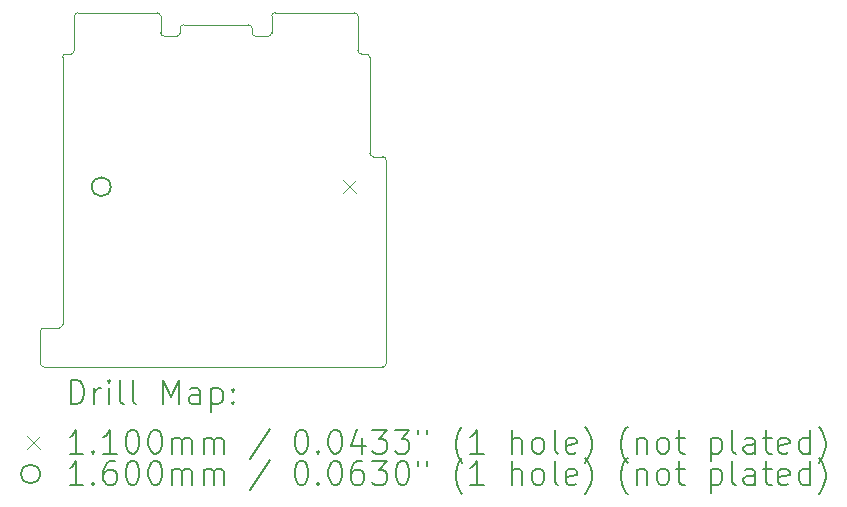
<source format=gbr>
%TF.GenerationSoftware,KiCad,Pcbnew,8.0.7-1.fc41*%
%TF.CreationDate,2025-01-19T14:38:01-06:00*%
%TF.ProjectId,Expansion_Card,45787061-6e73-4696-9f6e-5f436172642e,X1*%
%TF.SameCoordinates,Original*%
%TF.FileFunction,Drillmap*%
%TF.FilePolarity,Positive*%
%FSLAX45Y45*%
G04 Gerber Fmt 4.5, Leading zero omitted, Abs format (unit mm)*
G04 Created by KiCad (PCBNEW 8.0.7-1.fc41) date 2025-01-19 14:38:01*
%MOMM*%
%LPD*%
G01*
G04 APERTURE LIST*
%ADD10C,0.050000*%
%ADD11C,0.200000*%
%ADD12C,0.110000*%
%ADD13C,0.160000*%
G04 APERTURE END LIST*
D10*
X15300000Y-13080000D02*
X15300000Y-13890000D01*
X12541213Y-15700000D02*
X15270000Y-15700000D01*
X14470000Y-12870000D02*
G75*
G02*
X14440000Y-12900000I-30000J0D01*
G01*
X13500000Y-12700000D02*
G75*
G02*
X13530000Y-12730000I0J-30000D01*
G01*
X14470000Y-12870000D02*
X14470000Y-12730000D01*
X14470000Y-12730000D02*
G75*
G02*
X14500000Y-12700000I30000J0D01*
G01*
X13500000Y-12700000D02*
X12830000Y-12700000D01*
X14500000Y-12700000D02*
X15170000Y-12700000D01*
X12541213Y-15700000D02*
G75*
G02*
X12511210Y-15670000I-3J30000D01*
G01*
X14430000Y-12900000D02*
X14440000Y-12900000D01*
X12800000Y-12730000D02*
G75*
G02*
X12830000Y-12700000I30000J0D01*
G01*
X12800000Y-13020000D02*
X12800000Y-12730000D01*
X12800000Y-13020000D02*
G75*
G02*
X12770000Y-13050000I-30000J0D01*
G01*
X12700000Y-13080000D02*
G75*
G02*
X12730000Y-13050000I30000J0D01*
G01*
X12730000Y-13050000D02*
X12770000Y-13050000D01*
X15200000Y-13020000D02*
X15200000Y-12730000D01*
X15270000Y-13050000D02*
G75*
G02*
X15300000Y-13080000I0J-30000D01*
G01*
X15230000Y-13050000D02*
G75*
G02*
X15200000Y-13020000I0J30000D01*
G01*
X15230000Y-13050000D02*
X15270000Y-13050000D01*
X13560000Y-12900000D02*
G75*
G02*
X13530000Y-12870000I0J30000D01*
G01*
X15410000Y-13920000D02*
X15330000Y-13920000D01*
X15410000Y-13920000D02*
G75*
G02*
X15440000Y-13950000I0J-30000D01*
G01*
X12700000Y-13080000D02*
X12700000Y-15340000D01*
X13560000Y-12900000D02*
X13570000Y-12900000D01*
X12541213Y-15370000D02*
X12670000Y-15370000D01*
X15170000Y-12700000D02*
G75*
G02*
X15200000Y-12730000I0J-30000D01*
G01*
X15440000Y-15670000D02*
G75*
G02*
X15410000Y-15700000I-30000J0D01*
G01*
X12511213Y-15400000D02*
G75*
G02*
X12541213Y-15370003I29997J0D01*
G01*
X13530000Y-12870000D02*
X13530000Y-12730000D01*
X15270000Y-15700000D02*
X15410000Y-15700000D01*
X15330000Y-13920000D02*
G75*
G02*
X15300000Y-13890000I0J30000D01*
G01*
X15440000Y-15670000D02*
X15440000Y-13950000D01*
X12511213Y-15670000D02*
X12511213Y-15400000D01*
X12700000Y-15340000D02*
G75*
G02*
X12670000Y-15370000I-30000J0D01*
G01*
X13665000Y-12900000D02*
X13570000Y-12900000D01*
X13695000Y-12834000D02*
X13695000Y-12870000D01*
X13725000Y-12804000D02*
X14275000Y-12804000D01*
X14305000Y-12834000D02*
X14305000Y-12870000D01*
X14335000Y-12900000D02*
X14430000Y-12900000D01*
X13695000Y-12834000D02*
G75*
G02*
X13725000Y-12804000I30000J0D01*
G01*
X13695000Y-12870000D02*
G75*
G02*
X13665000Y-12900000I-30000J0D01*
G01*
X14275000Y-12804000D02*
G75*
G02*
X14305000Y-12834000I0J-30000D01*
G01*
X14335000Y-12900000D02*
G75*
G02*
X14305000Y-12870000I0J30000D01*
G01*
D11*
D12*
X15072500Y-14120000D02*
X15182500Y-14230000D01*
X15182500Y-14120000D02*
X15072500Y-14230000D01*
D13*
X13107500Y-14175000D02*
G75*
G02*
X12947500Y-14175000I-80000J0D01*
G01*
X12947500Y-14175000D02*
G75*
G02*
X13107500Y-14175000I80000J0D01*
G01*
D11*
X12769490Y-16013984D02*
X12769490Y-15813984D01*
X12769490Y-15813984D02*
X12817109Y-15813984D01*
X12817109Y-15813984D02*
X12845680Y-15823508D01*
X12845680Y-15823508D02*
X12864728Y-15842555D01*
X12864728Y-15842555D02*
X12874252Y-15861603D01*
X12874252Y-15861603D02*
X12883776Y-15899698D01*
X12883776Y-15899698D02*
X12883776Y-15928269D01*
X12883776Y-15928269D02*
X12874252Y-15966365D01*
X12874252Y-15966365D02*
X12864728Y-15985412D01*
X12864728Y-15985412D02*
X12845680Y-16004460D01*
X12845680Y-16004460D02*
X12817109Y-16013984D01*
X12817109Y-16013984D02*
X12769490Y-16013984D01*
X12969490Y-16013984D02*
X12969490Y-15880650D01*
X12969490Y-15918746D02*
X12979014Y-15899698D01*
X12979014Y-15899698D02*
X12988538Y-15890174D01*
X12988538Y-15890174D02*
X13007585Y-15880650D01*
X13007585Y-15880650D02*
X13026633Y-15880650D01*
X13093299Y-16013984D02*
X13093299Y-15880650D01*
X13093299Y-15813984D02*
X13083776Y-15823508D01*
X13083776Y-15823508D02*
X13093299Y-15833031D01*
X13093299Y-15833031D02*
X13102823Y-15823508D01*
X13102823Y-15823508D02*
X13093299Y-15813984D01*
X13093299Y-15813984D02*
X13093299Y-15833031D01*
X13217109Y-16013984D02*
X13198061Y-16004460D01*
X13198061Y-16004460D02*
X13188538Y-15985412D01*
X13188538Y-15985412D02*
X13188538Y-15813984D01*
X13321871Y-16013984D02*
X13302823Y-16004460D01*
X13302823Y-16004460D02*
X13293299Y-15985412D01*
X13293299Y-15985412D02*
X13293299Y-15813984D01*
X13550442Y-16013984D02*
X13550442Y-15813984D01*
X13550442Y-15813984D02*
X13617109Y-15956841D01*
X13617109Y-15956841D02*
X13683776Y-15813984D01*
X13683776Y-15813984D02*
X13683776Y-16013984D01*
X13864728Y-16013984D02*
X13864728Y-15909222D01*
X13864728Y-15909222D02*
X13855204Y-15890174D01*
X13855204Y-15890174D02*
X13836157Y-15880650D01*
X13836157Y-15880650D02*
X13798061Y-15880650D01*
X13798061Y-15880650D02*
X13779014Y-15890174D01*
X13864728Y-16004460D02*
X13845680Y-16013984D01*
X13845680Y-16013984D02*
X13798061Y-16013984D01*
X13798061Y-16013984D02*
X13779014Y-16004460D01*
X13779014Y-16004460D02*
X13769490Y-15985412D01*
X13769490Y-15985412D02*
X13769490Y-15966365D01*
X13769490Y-15966365D02*
X13779014Y-15947317D01*
X13779014Y-15947317D02*
X13798061Y-15937793D01*
X13798061Y-15937793D02*
X13845680Y-15937793D01*
X13845680Y-15937793D02*
X13864728Y-15928269D01*
X13959966Y-15880650D02*
X13959966Y-16080650D01*
X13959966Y-15890174D02*
X13979014Y-15880650D01*
X13979014Y-15880650D02*
X14017109Y-15880650D01*
X14017109Y-15880650D02*
X14036157Y-15890174D01*
X14036157Y-15890174D02*
X14045680Y-15899698D01*
X14045680Y-15899698D02*
X14055204Y-15918746D01*
X14055204Y-15918746D02*
X14055204Y-15975888D01*
X14055204Y-15975888D02*
X14045680Y-15994936D01*
X14045680Y-15994936D02*
X14036157Y-16004460D01*
X14036157Y-16004460D02*
X14017109Y-16013984D01*
X14017109Y-16013984D02*
X13979014Y-16013984D01*
X13979014Y-16013984D02*
X13959966Y-16004460D01*
X14140919Y-15994936D02*
X14150442Y-16004460D01*
X14150442Y-16004460D02*
X14140919Y-16013984D01*
X14140919Y-16013984D02*
X14131395Y-16004460D01*
X14131395Y-16004460D02*
X14140919Y-15994936D01*
X14140919Y-15994936D02*
X14140919Y-16013984D01*
X14140919Y-15890174D02*
X14150442Y-15899698D01*
X14150442Y-15899698D02*
X14140919Y-15909222D01*
X14140919Y-15909222D02*
X14131395Y-15899698D01*
X14131395Y-15899698D02*
X14140919Y-15890174D01*
X14140919Y-15890174D02*
X14140919Y-15909222D01*
D12*
X12398713Y-16287500D02*
X12508713Y-16397500D01*
X12508713Y-16287500D02*
X12398713Y-16397500D01*
D11*
X12874252Y-16433984D02*
X12759966Y-16433984D01*
X12817109Y-16433984D02*
X12817109Y-16233984D01*
X12817109Y-16233984D02*
X12798061Y-16262555D01*
X12798061Y-16262555D02*
X12779014Y-16281603D01*
X12779014Y-16281603D02*
X12759966Y-16291127D01*
X12959966Y-16414936D02*
X12969490Y-16424460D01*
X12969490Y-16424460D02*
X12959966Y-16433984D01*
X12959966Y-16433984D02*
X12950442Y-16424460D01*
X12950442Y-16424460D02*
X12959966Y-16414936D01*
X12959966Y-16414936D02*
X12959966Y-16433984D01*
X13159966Y-16433984D02*
X13045680Y-16433984D01*
X13102823Y-16433984D02*
X13102823Y-16233984D01*
X13102823Y-16233984D02*
X13083776Y-16262555D01*
X13083776Y-16262555D02*
X13064728Y-16281603D01*
X13064728Y-16281603D02*
X13045680Y-16291127D01*
X13283776Y-16233984D02*
X13302823Y-16233984D01*
X13302823Y-16233984D02*
X13321871Y-16243508D01*
X13321871Y-16243508D02*
X13331395Y-16253031D01*
X13331395Y-16253031D02*
X13340919Y-16272079D01*
X13340919Y-16272079D02*
X13350442Y-16310174D01*
X13350442Y-16310174D02*
X13350442Y-16357793D01*
X13350442Y-16357793D02*
X13340919Y-16395888D01*
X13340919Y-16395888D02*
X13331395Y-16414936D01*
X13331395Y-16414936D02*
X13321871Y-16424460D01*
X13321871Y-16424460D02*
X13302823Y-16433984D01*
X13302823Y-16433984D02*
X13283776Y-16433984D01*
X13283776Y-16433984D02*
X13264728Y-16424460D01*
X13264728Y-16424460D02*
X13255204Y-16414936D01*
X13255204Y-16414936D02*
X13245680Y-16395888D01*
X13245680Y-16395888D02*
X13236157Y-16357793D01*
X13236157Y-16357793D02*
X13236157Y-16310174D01*
X13236157Y-16310174D02*
X13245680Y-16272079D01*
X13245680Y-16272079D02*
X13255204Y-16253031D01*
X13255204Y-16253031D02*
X13264728Y-16243508D01*
X13264728Y-16243508D02*
X13283776Y-16233984D01*
X13474252Y-16233984D02*
X13493300Y-16233984D01*
X13493300Y-16233984D02*
X13512347Y-16243508D01*
X13512347Y-16243508D02*
X13521871Y-16253031D01*
X13521871Y-16253031D02*
X13531395Y-16272079D01*
X13531395Y-16272079D02*
X13540919Y-16310174D01*
X13540919Y-16310174D02*
X13540919Y-16357793D01*
X13540919Y-16357793D02*
X13531395Y-16395888D01*
X13531395Y-16395888D02*
X13521871Y-16414936D01*
X13521871Y-16414936D02*
X13512347Y-16424460D01*
X13512347Y-16424460D02*
X13493300Y-16433984D01*
X13493300Y-16433984D02*
X13474252Y-16433984D01*
X13474252Y-16433984D02*
X13455204Y-16424460D01*
X13455204Y-16424460D02*
X13445680Y-16414936D01*
X13445680Y-16414936D02*
X13436157Y-16395888D01*
X13436157Y-16395888D02*
X13426633Y-16357793D01*
X13426633Y-16357793D02*
X13426633Y-16310174D01*
X13426633Y-16310174D02*
X13436157Y-16272079D01*
X13436157Y-16272079D02*
X13445680Y-16253031D01*
X13445680Y-16253031D02*
X13455204Y-16243508D01*
X13455204Y-16243508D02*
X13474252Y-16233984D01*
X13626633Y-16433984D02*
X13626633Y-16300650D01*
X13626633Y-16319698D02*
X13636157Y-16310174D01*
X13636157Y-16310174D02*
X13655204Y-16300650D01*
X13655204Y-16300650D02*
X13683776Y-16300650D01*
X13683776Y-16300650D02*
X13702823Y-16310174D01*
X13702823Y-16310174D02*
X13712347Y-16329222D01*
X13712347Y-16329222D02*
X13712347Y-16433984D01*
X13712347Y-16329222D02*
X13721871Y-16310174D01*
X13721871Y-16310174D02*
X13740919Y-16300650D01*
X13740919Y-16300650D02*
X13769490Y-16300650D01*
X13769490Y-16300650D02*
X13788538Y-16310174D01*
X13788538Y-16310174D02*
X13798061Y-16329222D01*
X13798061Y-16329222D02*
X13798061Y-16433984D01*
X13893300Y-16433984D02*
X13893300Y-16300650D01*
X13893300Y-16319698D02*
X13902823Y-16310174D01*
X13902823Y-16310174D02*
X13921871Y-16300650D01*
X13921871Y-16300650D02*
X13950442Y-16300650D01*
X13950442Y-16300650D02*
X13969490Y-16310174D01*
X13969490Y-16310174D02*
X13979014Y-16329222D01*
X13979014Y-16329222D02*
X13979014Y-16433984D01*
X13979014Y-16329222D02*
X13988538Y-16310174D01*
X13988538Y-16310174D02*
X14007585Y-16300650D01*
X14007585Y-16300650D02*
X14036157Y-16300650D01*
X14036157Y-16300650D02*
X14055204Y-16310174D01*
X14055204Y-16310174D02*
X14064728Y-16329222D01*
X14064728Y-16329222D02*
X14064728Y-16433984D01*
X14455204Y-16224460D02*
X14283776Y-16481603D01*
X14712347Y-16233984D02*
X14731395Y-16233984D01*
X14731395Y-16233984D02*
X14750443Y-16243508D01*
X14750443Y-16243508D02*
X14759966Y-16253031D01*
X14759966Y-16253031D02*
X14769490Y-16272079D01*
X14769490Y-16272079D02*
X14779014Y-16310174D01*
X14779014Y-16310174D02*
X14779014Y-16357793D01*
X14779014Y-16357793D02*
X14769490Y-16395888D01*
X14769490Y-16395888D02*
X14759966Y-16414936D01*
X14759966Y-16414936D02*
X14750443Y-16424460D01*
X14750443Y-16424460D02*
X14731395Y-16433984D01*
X14731395Y-16433984D02*
X14712347Y-16433984D01*
X14712347Y-16433984D02*
X14693300Y-16424460D01*
X14693300Y-16424460D02*
X14683776Y-16414936D01*
X14683776Y-16414936D02*
X14674252Y-16395888D01*
X14674252Y-16395888D02*
X14664728Y-16357793D01*
X14664728Y-16357793D02*
X14664728Y-16310174D01*
X14664728Y-16310174D02*
X14674252Y-16272079D01*
X14674252Y-16272079D02*
X14683776Y-16253031D01*
X14683776Y-16253031D02*
X14693300Y-16243508D01*
X14693300Y-16243508D02*
X14712347Y-16233984D01*
X14864728Y-16414936D02*
X14874252Y-16424460D01*
X14874252Y-16424460D02*
X14864728Y-16433984D01*
X14864728Y-16433984D02*
X14855204Y-16424460D01*
X14855204Y-16424460D02*
X14864728Y-16414936D01*
X14864728Y-16414936D02*
X14864728Y-16433984D01*
X14998062Y-16233984D02*
X15017109Y-16233984D01*
X15017109Y-16233984D02*
X15036157Y-16243508D01*
X15036157Y-16243508D02*
X15045681Y-16253031D01*
X15045681Y-16253031D02*
X15055204Y-16272079D01*
X15055204Y-16272079D02*
X15064728Y-16310174D01*
X15064728Y-16310174D02*
X15064728Y-16357793D01*
X15064728Y-16357793D02*
X15055204Y-16395888D01*
X15055204Y-16395888D02*
X15045681Y-16414936D01*
X15045681Y-16414936D02*
X15036157Y-16424460D01*
X15036157Y-16424460D02*
X15017109Y-16433984D01*
X15017109Y-16433984D02*
X14998062Y-16433984D01*
X14998062Y-16433984D02*
X14979014Y-16424460D01*
X14979014Y-16424460D02*
X14969490Y-16414936D01*
X14969490Y-16414936D02*
X14959966Y-16395888D01*
X14959966Y-16395888D02*
X14950443Y-16357793D01*
X14950443Y-16357793D02*
X14950443Y-16310174D01*
X14950443Y-16310174D02*
X14959966Y-16272079D01*
X14959966Y-16272079D02*
X14969490Y-16253031D01*
X14969490Y-16253031D02*
X14979014Y-16243508D01*
X14979014Y-16243508D02*
X14998062Y-16233984D01*
X15236157Y-16300650D02*
X15236157Y-16433984D01*
X15188538Y-16224460D02*
X15140919Y-16367317D01*
X15140919Y-16367317D02*
X15264728Y-16367317D01*
X15321871Y-16233984D02*
X15445681Y-16233984D01*
X15445681Y-16233984D02*
X15379014Y-16310174D01*
X15379014Y-16310174D02*
X15407585Y-16310174D01*
X15407585Y-16310174D02*
X15426633Y-16319698D01*
X15426633Y-16319698D02*
X15436157Y-16329222D01*
X15436157Y-16329222D02*
X15445681Y-16348269D01*
X15445681Y-16348269D02*
X15445681Y-16395888D01*
X15445681Y-16395888D02*
X15436157Y-16414936D01*
X15436157Y-16414936D02*
X15426633Y-16424460D01*
X15426633Y-16424460D02*
X15407585Y-16433984D01*
X15407585Y-16433984D02*
X15350443Y-16433984D01*
X15350443Y-16433984D02*
X15331395Y-16424460D01*
X15331395Y-16424460D02*
X15321871Y-16414936D01*
X15512347Y-16233984D02*
X15636157Y-16233984D01*
X15636157Y-16233984D02*
X15569490Y-16310174D01*
X15569490Y-16310174D02*
X15598062Y-16310174D01*
X15598062Y-16310174D02*
X15617109Y-16319698D01*
X15617109Y-16319698D02*
X15626633Y-16329222D01*
X15626633Y-16329222D02*
X15636157Y-16348269D01*
X15636157Y-16348269D02*
X15636157Y-16395888D01*
X15636157Y-16395888D02*
X15626633Y-16414936D01*
X15626633Y-16414936D02*
X15617109Y-16424460D01*
X15617109Y-16424460D02*
X15598062Y-16433984D01*
X15598062Y-16433984D02*
X15540919Y-16433984D01*
X15540919Y-16433984D02*
X15521871Y-16424460D01*
X15521871Y-16424460D02*
X15512347Y-16414936D01*
X15712347Y-16233984D02*
X15712347Y-16272079D01*
X15788538Y-16233984D02*
X15788538Y-16272079D01*
X16083776Y-16510174D02*
X16074252Y-16500650D01*
X16074252Y-16500650D02*
X16055205Y-16472079D01*
X16055205Y-16472079D02*
X16045681Y-16453031D01*
X16045681Y-16453031D02*
X16036157Y-16424460D01*
X16036157Y-16424460D02*
X16026633Y-16376841D01*
X16026633Y-16376841D02*
X16026633Y-16338746D01*
X16026633Y-16338746D02*
X16036157Y-16291127D01*
X16036157Y-16291127D02*
X16045681Y-16262555D01*
X16045681Y-16262555D02*
X16055205Y-16243508D01*
X16055205Y-16243508D02*
X16074252Y-16214936D01*
X16074252Y-16214936D02*
X16083776Y-16205412D01*
X16264728Y-16433984D02*
X16150443Y-16433984D01*
X16207585Y-16433984D02*
X16207585Y-16233984D01*
X16207585Y-16233984D02*
X16188538Y-16262555D01*
X16188538Y-16262555D02*
X16169490Y-16281603D01*
X16169490Y-16281603D02*
X16150443Y-16291127D01*
X16502824Y-16433984D02*
X16502824Y-16233984D01*
X16588538Y-16433984D02*
X16588538Y-16329222D01*
X16588538Y-16329222D02*
X16579014Y-16310174D01*
X16579014Y-16310174D02*
X16559967Y-16300650D01*
X16559967Y-16300650D02*
X16531395Y-16300650D01*
X16531395Y-16300650D02*
X16512347Y-16310174D01*
X16512347Y-16310174D02*
X16502824Y-16319698D01*
X16712347Y-16433984D02*
X16693300Y-16424460D01*
X16693300Y-16424460D02*
X16683776Y-16414936D01*
X16683776Y-16414936D02*
X16674252Y-16395888D01*
X16674252Y-16395888D02*
X16674252Y-16338746D01*
X16674252Y-16338746D02*
X16683776Y-16319698D01*
X16683776Y-16319698D02*
X16693300Y-16310174D01*
X16693300Y-16310174D02*
X16712347Y-16300650D01*
X16712347Y-16300650D02*
X16740919Y-16300650D01*
X16740919Y-16300650D02*
X16759967Y-16310174D01*
X16759967Y-16310174D02*
X16769490Y-16319698D01*
X16769490Y-16319698D02*
X16779014Y-16338746D01*
X16779014Y-16338746D02*
X16779014Y-16395888D01*
X16779014Y-16395888D02*
X16769490Y-16414936D01*
X16769490Y-16414936D02*
X16759967Y-16424460D01*
X16759967Y-16424460D02*
X16740919Y-16433984D01*
X16740919Y-16433984D02*
X16712347Y-16433984D01*
X16893300Y-16433984D02*
X16874252Y-16424460D01*
X16874252Y-16424460D02*
X16864729Y-16405412D01*
X16864729Y-16405412D02*
X16864729Y-16233984D01*
X17045681Y-16424460D02*
X17026633Y-16433984D01*
X17026633Y-16433984D02*
X16988538Y-16433984D01*
X16988538Y-16433984D02*
X16969490Y-16424460D01*
X16969490Y-16424460D02*
X16959967Y-16405412D01*
X16959967Y-16405412D02*
X16959967Y-16329222D01*
X16959967Y-16329222D02*
X16969490Y-16310174D01*
X16969490Y-16310174D02*
X16988538Y-16300650D01*
X16988538Y-16300650D02*
X17026633Y-16300650D01*
X17026633Y-16300650D02*
X17045681Y-16310174D01*
X17045681Y-16310174D02*
X17055205Y-16329222D01*
X17055205Y-16329222D02*
X17055205Y-16348269D01*
X17055205Y-16348269D02*
X16959967Y-16367317D01*
X17121871Y-16510174D02*
X17131395Y-16500650D01*
X17131395Y-16500650D02*
X17150443Y-16472079D01*
X17150443Y-16472079D02*
X17159967Y-16453031D01*
X17159967Y-16453031D02*
X17169490Y-16424460D01*
X17169490Y-16424460D02*
X17179014Y-16376841D01*
X17179014Y-16376841D02*
X17179014Y-16338746D01*
X17179014Y-16338746D02*
X17169490Y-16291127D01*
X17169490Y-16291127D02*
X17159967Y-16262555D01*
X17159967Y-16262555D02*
X17150443Y-16243508D01*
X17150443Y-16243508D02*
X17131395Y-16214936D01*
X17131395Y-16214936D02*
X17121871Y-16205412D01*
X17483776Y-16510174D02*
X17474252Y-16500650D01*
X17474252Y-16500650D02*
X17455205Y-16472079D01*
X17455205Y-16472079D02*
X17445681Y-16453031D01*
X17445681Y-16453031D02*
X17436157Y-16424460D01*
X17436157Y-16424460D02*
X17426633Y-16376841D01*
X17426633Y-16376841D02*
X17426633Y-16338746D01*
X17426633Y-16338746D02*
X17436157Y-16291127D01*
X17436157Y-16291127D02*
X17445681Y-16262555D01*
X17445681Y-16262555D02*
X17455205Y-16243508D01*
X17455205Y-16243508D02*
X17474252Y-16214936D01*
X17474252Y-16214936D02*
X17483776Y-16205412D01*
X17559967Y-16300650D02*
X17559967Y-16433984D01*
X17559967Y-16319698D02*
X17569490Y-16310174D01*
X17569490Y-16310174D02*
X17588538Y-16300650D01*
X17588538Y-16300650D02*
X17617110Y-16300650D01*
X17617110Y-16300650D02*
X17636157Y-16310174D01*
X17636157Y-16310174D02*
X17645681Y-16329222D01*
X17645681Y-16329222D02*
X17645681Y-16433984D01*
X17769490Y-16433984D02*
X17750443Y-16424460D01*
X17750443Y-16424460D02*
X17740919Y-16414936D01*
X17740919Y-16414936D02*
X17731395Y-16395888D01*
X17731395Y-16395888D02*
X17731395Y-16338746D01*
X17731395Y-16338746D02*
X17740919Y-16319698D01*
X17740919Y-16319698D02*
X17750443Y-16310174D01*
X17750443Y-16310174D02*
X17769490Y-16300650D01*
X17769490Y-16300650D02*
X17798062Y-16300650D01*
X17798062Y-16300650D02*
X17817110Y-16310174D01*
X17817110Y-16310174D02*
X17826633Y-16319698D01*
X17826633Y-16319698D02*
X17836157Y-16338746D01*
X17836157Y-16338746D02*
X17836157Y-16395888D01*
X17836157Y-16395888D02*
X17826633Y-16414936D01*
X17826633Y-16414936D02*
X17817110Y-16424460D01*
X17817110Y-16424460D02*
X17798062Y-16433984D01*
X17798062Y-16433984D02*
X17769490Y-16433984D01*
X17893300Y-16300650D02*
X17969490Y-16300650D01*
X17921871Y-16233984D02*
X17921871Y-16405412D01*
X17921871Y-16405412D02*
X17931395Y-16424460D01*
X17931395Y-16424460D02*
X17950443Y-16433984D01*
X17950443Y-16433984D02*
X17969490Y-16433984D01*
X18188538Y-16300650D02*
X18188538Y-16500650D01*
X18188538Y-16310174D02*
X18207586Y-16300650D01*
X18207586Y-16300650D02*
X18245681Y-16300650D01*
X18245681Y-16300650D02*
X18264729Y-16310174D01*
X18264729Y-16310174D02*
X18274252Y-16319698D01*
X18274252Y-16319698D02*
X18283776Y-16338746D01*
X18283776Y-16338746D02*
X18283776Y-16395888D01*
X18283776Y-16395888D02*
X18274252Y-16414936D01*
X18274252Y-16414936D02*
X18264729Y-16424460D01*
X18264729Y-16424460D02*
X18245681Y-16433984D01*
X18245681Y-16433984D02*
X18207586Y-16433984D01*
X18207586Y-16433984D02*
X18188538Y-16424460D01*
X18398062Y-16433984D02*
X18379014Y-16424460D01*
X18379014Y-16424460D02*
X18369491Y-16405412D01*
X18369491Y-16405412D02*
X18369491Y-16233984D01*
X18559967Y-16433984D02*
X18559967Y-16329222D01*
X18559967Y-16329222D02*
X18550443Y-16310174D01*
X18550443Y-16310174D02*
X18531395Y-16300650D01*
X18531395Y-16300650D02*
X18493300Y-16300650D01*
X18493300Y-16300650D02*
X18474252Y-16310174D01*
X18559967Y-16424460D02*
X18540919Y-16433984D01*
X18540919Y-16433984D02*
X18493300Y-16433984D01*
X18493300Y-16433984D02*
X18474252Y-16424460D01*
X18474252Y-16424460D02*
X18464729Y-16405412D01*
X18464729Y-16405412D02*
X18464729Y-16386365D01*
X18464729Y-16386365D02*
X18474252Y-16367317D01*
X18474252Y-16367317D02*
X18493300Y-16357793D01*
X18493300Y-16357793D02*
X18540919Y-16357793D01*
X18540919Y-16357793D02*
X18559967Y-16348269D01*
X18626633Y-16300650D02*
X18702824Y-16300650D01*
X18655205Y-16233984D02*
X18655205Y-16405412D01*
X18655205Y-16405412D02*
X18664729Y-16424460D01*
X18664729Y-16424460D02*
X18683776Y-16433984D01*
X18683776Y-16433984D02*
X18702824Y-16433984D01*
X18845681Y-16424460D02*
X18826633Y-16433984D01*
X18826633Y-16433984D02*
X18788538Y-16433984D01*
X18788538Y-16433984D02*
X18769491Y-16424460D01*
X18769491Y-16424460D02*
X18759967Y-16405412D01*
X18759967Y-16405412D02*
X18759967Y-16329222D01*
X18759967Y-16329222D02*
X18769491Y-16310174D01*
X18769491Y-16310174D02*
X18788538Y-16300650D01*
X18788538Y-16300650D02*
X18826633Y-16300650D01*
X18826633Y-16300650D02*
X18845681Y-16310174D01*
X18845681Y-16310174D02*
X18855205Y-16329222D01*
X18855205Y-16329222D02*
X18855205Y-16348269D01*
X18855205Y-16348269D02*
X18759967Y-16367317D01*
X19026633Y-16433984D02*
X19026633Y-16233984D01*
X19026633Y-16424460D02*
X19007586Y-16433984D01*
X19007586Y-16433984D02*
X18969491Y-16433984D01*
X18969491Y-16433984D02*
X18950443Y-16424460D01*
X18950443Y-16424460D02*
X18940919Y-16414936D01*
X18940919Y-16414936D02*
X18931395Y-16395888D01*
X18931395Y-16395888D02*
X18931395Y-16338746D01*
X18931395Y-16338746D02*
X18940919Y-16319698D01*
X18940919Y-16319698D02*
X18950443Y-16310174D01*
X18950443Y-16310174D02*
X18969491Y-16300650D01*
X18969491Y-16300650D02*
X19007586Y-16300650D01*
X19007586Y-16300650D02*
X19026633Y-16310174D01*
X19102824Y-16510174D02*
X19112348Y-16500650D01*
X19112348Y-16500650D02*
X19131395Y-16472079D01*
X19131395Y-16472079D02*
X19140919Y-16453031D01*
X19140919Y-16453031D02*
X19150443Y-16424460D01*
X19150443Y-16424460D02*
X19159967Y-16376841D01*
X19159967Y-16376841D02*
X19159967Y-16338746D01*
X19159967Y-16338746D02*
X19150443Y-16291127D01*
X19150443Y-16291127D02*
X19140919Y-16262555D01*
X19140919Y-16262555D02*
X19131395Y-16243508D01*
X19131395Y-16243508D02*
X19112348Y-16214936D01*
X19112348Y-16214936D02*
X19102824Y-16205412D01*
D13*
X12508713Y-16606500D02*
G75*
G02*
X12348713Y-16606500I-80000J0D01*
G01*
X12348713Y-16606500D02*
G75*
G02*
X12508713Y-16606500I80000J0D01*
G01*
D11*
X12874252Y-16697984D02*
X12759966Y-16697984D01*
X12817109Y-16697984D02*
X12817109Y-16497984D01*
X12817109Y-16497984D02*
X12798061Y-16526555D01*
X12798061Y-16526555D02*
X12779014Y-16545603D01*
X12779014Y-16545603D02*
X12759966Y-16555127D01*
X12959966Y-16678936D02*
X12969490Y-16688460D01*
X12969490Y-16688460D02*
X12959966Y-16697984D01*
X12959966Y-16697984D02*
X12950442Y-16688460D01*
X12950442Y-16688460D02*
X12959966Y-16678936D01*
X12959966Y-16678936D02*
X12959966Y-16697984D01*
X13140919Y-16497984D02*
X13102823Y-16497984D01*
X13102823Y-16497984D02*
X13083776Y-16507508D01*
X13083776Y-16507508D02*
X13074252Y-16517031D01*
X13074252Y-16517031D02*
X13055204Y-16545603D01*
X13055204Y-16545603D02*
X13045680Y-16583698D01*
X13045680Y-16583698D02*
X13045680Y-16659888D01*
X13045680Y-16659888D02*
X13055204Y-16678936D01*
X13055204Y-16678936D02*
X13064728Y-16688460D01*
X13064728Y-16688460D02*
X13083776Y-16697984D01*
X13083776Y-16697984D02*
X13121871Y-16697984D01*
X13121871Y-16697984D02*
X13140919Y-16688460D01*
X13140919Y-16688460D02*
X13150442Y-16678936D01*
X13150442Y-16678936D02*
X13159966Y-16659888D01*
X13159966Y-16659888D02*
X13159966Y-16612269D01*
X13159966Y-16612269D02*
X13150442Y-16593222D01*
X13150442Y-16593222D02*
X13140919Y-16583698D01*
X13140919Y-16583698D02*
X13121871Y-16574174D01*
X13121871Y-16574174D02*
X13083776Y-16574174D01*
X13083776Y-16574174D02*
X13064728Y-16583698D01*
X13064728Y-16583698D02*
X13055204Y-16593222D01*
X13055204Y-16593222D02*
X13045680Y-16612269D01*
X13283776Y-16497984D02*
X13302823Y-16497984D01*
X13302823Y-16497984D02*
X13321871Y-16507508D01*
X13321871Y-16507508D02*
X13331395Y-16517031D01*
X13331395Y-16517031D02*
X13340919Y-16536079D01*
X13340919Y-16536079D02*
X13350442Y-16574174D01*
X13350442Y-16574174D02*
X13350442Y-16621793D01*
X13350442Y-16621793D02*
X13340919Y-16659888D01*
X13340919Y-16659888D02*
X13331395Y-16678936D01*
X13331395Y-16678936D02*
X13321871Y-16688460D01*
X13321871Y-16688460D02*
X13302823Y-16697984D01*
X13302823Y-16697984D02*
X13283776Y-16697984D01*
X13283776Y-16697984D02*
X13264728Y-16688460D01*
X13264728Y-16688460D02*
X13255204Y-16678936D01*
X13255204Y-16678936D02*
X13245680Y-16659888D01*
X13245680Y-16659888D02*
X13236157Y-16621793D01*
X13236157Y-16621793D02*
X13236157Y-16574174D01*
X13236157Y-16574174D02*
X13245680Y-16536079D01*
X13245680Y-16536079D02*
X13255204Y-16517031D01*
X13255204Y-16517031D02*
X13264728Y-16507508D01*
X13264728Y-16507508D02*
X13283776Y-16497984D01*
X13474252Y-16497984D02*
X13493300Y-16497984D01*
X13493300Y-16497984D02*
X13512347Y-16507508D01*
X13512347Y-16507508D02*
X13521871Y-16517031D01*
X13521871Y-16517031D02*
X13531395Y-16536079D01*
X13531395Y-16536079D02*
X13540919Y-16574174D01*
X13540919Y-16574174D02*
X13540919Y-16621793D01*
X13540919Y-16621793D02*
X13531395Y-16659888D01*
X13531395Y-16659888D02*
X13521871Y-16678936D01*
X13521871Y-16678936D02*
X13512347Y-16688460D01*
X13512347Y-16688460D02*
X13493300Y-16697984D01*
X13493300Y-16697984D02*
X13474252Y-16697984D01*
X13474252Y-16697984D02*
X13455204Y-16688460D01*
X13455204Y-16688460D02*
X13445680Y-16678936D01*
X13445680Y-16678936D02*
X13436157Y-16659888D01*
X13436157Y-16659888D02*
X13426633Y-16621793D01*
X13426633Y-16621793D02*
X13426633Y-16574174D01*
X13426633Y-16574174D02*
X13436157Y-16536079D01*
X13436157Y-16536079D02*
X13445680Y-16517031D01*
X13445680Y-16517031D02*
X13455204Y-16507508D01*
X13455204Y-16507508D02*
X13474252Y-16497984D01*
X13626633Y-16697984D02*
X13626633Y-16564650D01*
X13626633Y-16583698D02*
X13636157Y-16574174D01*
X13636157Y-16574174D02*
X13655204Y-16564650D01*
X13655204Y-16564650D02*
X13683776Y-16564650D01*
X13683776Y-16564650D02*
X13702823Y-16574174D01*
X13702823Y-16574174D02*
X13712347Y-16593222D01*
X13712347Y-16593222D02*
X13712347Y-16697984D01*
X13712347Y-16593222D02*
X13721871Y-16574174D01*
X13721871Y-16574174D02*
X13740919Y-16564650D01*
X13740919Y-16564650D02*
X13769490Y-16564650D01*
X13769490Y-16564650D02*
X13788538Y-16574174D01*
X13788538Y-16574174D02*
X13798061Y-16593222D01*
X13798061Y-16593222D02*
X13798061Y-16697984D01*
X13893300Y-16697984D02*
X13893300Y-16564650D01*
X13893300Y-16583698D02*
X13902823Y-16574174D01*
X13902823Y-16574174D02*
X13921871Y-16564650D01*
X13921871Y-16564650D02*
X13950442Y-16564650D01*
X13950442Y-16564650D02*
X13969490Y-16574174D01*
X13969490Y-16574174D02*
X13979014Y-16593222D01*
X13979014Y-16593222D02*
X13979014Y-16697984D01*
X13979014Y-16593222D02*
X13988538Y-16574174D01*
X13988538Y-16574174D02*
X14007585Y-16564650D01*
X14007585Y-16564650D02*
X14036157Y-16564650D01*
X14036157Y-16564650D02*
X14055204Y-16574174D01*
X14055204Y-16574174D02*
X14064728Y-16593222D01*
X14064728Y-16593222D02*
X14064728Y-16697984D01*
X14455204Y-16488460D02*
X14283776Y-16745603D01*
X14712347Y-16497984D02*
X14731395Y-16497984D01*
X14731395Y-16497984D02*
X14750443Y-16507508D01*
X14750443Y-16507508D02*
X14759966Y-16517031D01*
X14759966Y-16517031D02*
X14769490Y-16536079D01*
X14769490Y-16536079D02*
X14779014Y-16574174D01*
X14779014Y-16574174D02*
X14779014Y-16621793D01*
X14779014Y-16621793D02*
X14769490Y-16659888D01*
X14769490Y-16659888D02*
X14759966Y-16678936D01*
X14759966Y-16678936D02*
X14750443Y-16688460D01*
X14750443Y-16688460D02*
X14731395Y-16697984D01*
X14731395Y-16697984D02*
X14712347Y-16697984D01*
X14712347Y-16697984D02*
X14693300Y-16688460D01*
X14693300Y-16688460D02*
X14683776Y-16678936D01*
X14683776Y-16678936D02*
X14674252Y-16659888D01*
X14674252Y-16659888D02*
X14664728Y-16621793D01*
X14664728Y-16621793D02*
X14664728Y-16574174D01*
X14664728Y-16574174D02*
X14674252Y-16536079D01*
X14674252Y-16536079D02*
X14683776Y-16517031D01*
X14683776Y-16517031D02*
X14693300Y-16507508D01*
X14693300Y-16507508D02*
X14712347Y-16497984D01*
X14864728Y-16678936D02*
X14874252Y-16688460D01*
X14874252Y-16688460D02*
X14864728Y-16697984D01*
X14864728Y-16697984D02*
X14855204Y-16688460D01*
X14855204Y-16688460D02*
X14864728Y-16678936D01*
X14864728Y-16678936D02*
X14864728Y-16697984D01*
X14998062Y-16497984D02*
X15017109Y-16497984D01*
X15017109Y-16497984D02*
X15036157Y-16507508D01*
X15036157Y-16507508D02*
X15045681Y-16517031D01*
X15045681Y-16517031D02*
X15055204Y-16536079D01*
X15055204Y-16536079D02*
X15064728Y-16574174D01*
X15064728Y-16574174D02*
X15064728Y-16621793D01*
X15064728Y-16621793D02*
X15055204Y-16659888D01*
X15055204Y-16659888D02*
X15045681Y-16678936D01*
X15045681Y-16678936D02*
X15036157Y-16688460D01*
X15036157Y-16688460D02*
X15017109Y-16697984D01*
X15017109Y-16697984D02*
X14998062Y-16697984D01*
X14998062Y-16697984D02*
X14979014Y-16688460D01*
X14979014Y-16688460D02*
X14969490Y-16678936D01*
X14969490Y-16678936D02*
X14959966Y-16659888D01*
X14959966Y-16659888D02*
X14950443Y-16621793D01*
X14950443Y-16621793D02*
X14950443Y-16574174D01*
X14950443Y-16574174D02*
X14959966Y-16536079D01*
X14959966Y-16536079D02*
X14969490Y-16517031D01*
X14969490Y-16517031D02*
X14979014Y-16507508D01*
X14979014Y-16507508D02*
X14998062Y-16497984D01*
X15236157Y-16497984D02*
X15198062Y-16497984D01*
X15198062Y-16497984D02*
X15179014Y-16507508D01*
X15179014Y-16507508D02*
X15169490Y-16517031D01*
X15169490Y-16517031D02*
X15150443Y-16545603D01*
X15150443Y-16545603D02*
X15140919Y-16583698D01*
X15140919Y-16583698D02*
X15140919Y-16659888D01*
X15140919Y-16659888D02*
X15150443Y-16678936D01*
X15150443Y-16678936D02*
X15159966Y-16688460D01*
X15159966Y-16688460D02*
X15179014Y-16697984D01*
X15179014Y-16697984D02*
X15217109Y-16697984D01*
X15217109Y-16697984D02*
X15236157Y-16688460D01*
X15236157Y-16688460D02*
X15245681Y-16678936D01*
X15245681Y-16678936D02*
X15255204Y-16659888D01*
X15255204Y-16659888D02*
X15255204Y-16612269D01*
X15255204Y-16612269D02*
X15245681Y-16593222D01*
X15245681Y-16593222D02*
X15236157Y-16583698D01*
X15236157Y-16583698D02*
X15217109Y-16574174D01*
X15217109Y-16574174D02*
X15179014Y-16574174D01*
X15179014Y-16574174D02*
X15159966Y-16583698D01*
X15159966Y-16583698D02*
X15150443Y-16593222D01*
X15150443Y-16593222D02*
X15140919Y-16612269D01*
X15321871Y-16497984D02*
X15445681Y-16497984D01*
X15445681Y-16497984D02*
X15379014Y-16574174D01*
X15379014Y-16574174D02*
X15407585Y-16574174D01*
X15407585Y-16574174D02*
X15426633Y-16583698D01*
X15426633Y-16583698D02*
X15436157Y-16593222D01*
X15436157Y-16593222D02*
X15445681Y-16612269D01*
X15445681Y-16612269D02*
X15445681Y-16659888D01*
X15445681Y-16659888D02*
X15436157Y-16678936D01*
X15436157Y-16678936D02*
X15426633Y-16688460D01*
X15426633Y-16688460D02*
X15407585Y-16697984D01*
X15407585Y-16697984D02*
X15350443Y-16697984D01*
X15350443Y-16697984D02*
X15331395Y-16688460D01*
X15331395Y-16688460D02*
X15321871Y-16678936D01*
X15569490Y-16497984D02*
X15588538Y-16497984D01*
X15588538Y-16497984D02*
X15607585Y-16507508D01*
X15607585Y-16507508D02*
X15617109Y-16517031D01*
X15617109Y-16517031D02*
X15626633Y-16536079D01*
X15626633Y-16536079D02*
X15636157Y-16574174D01*
X15636157Y-16574174D02*
X15636157Y-16621793D01*
X15636157Y-16621793D02*
X15626633Y-16659888D01*
X15626633Y-16659888D02*
X15617109Y-16678936D01*
X15617109Y-16678936D02*
X15607585Y-16688460D01*
X15607585Y-16688460D02*
X15588538Y-16697984D01*
X15588538Y-16697984D02*
X15569490Y-16697984D01*
X15569490Y-16697984D02*
X15550443Y-16688460D01*
X15550443Y-16688460D02*
X15540919Y-16678936D01*
X15540919Y-16678936D02*
X15531395Y-16659888D01*
X15531395Y-16659888D02*
X15521871Y-16621793D01*
X15521871Y-16621793D02*
X15521871Y-16574174D01*
X15521871Y-16574174D02*
X15531395Y-16536079D01*
X15531395Y-16536079D02*
X15540919Y-16517031D01*
X15540919Y-16517031D02*
X15550443Y-16507508D01*
X15550443Y-16507508D02*
X15569490Y-16497984D01*
X15712347Y-16497984D02*
X15712347Y-16536079D01*
X15788538Y-16497984D02*
X15788538Y-16536079D01*
X16083776Y-16774174D02*
X16074252Y-16764650D01*
X16074252Y-16764650D02*
X16055205Y-16736079D01*
X16055205Y-16736079D02*
X16045681Y-16717031D01*
X16045681Y-16717031D02*
X16036157Y-16688460D01*
X16036157Y-16688460D02*
X16026633Y-16640841D01*
X16026633Y-16640841D02*
X16026633Y-16602746D01*
X16026633Y-16602746D02*
X16036157Y-16555127D01*
X16036157Y-16555127D02*
X16045681Y-16526555D01*
X16045681Y-16526555D02*
X16055205Y-16507508D01*
X16055205Y-16507508D02*
X16074252Y-16478936D01*
X16074252Y-16478936D02*
X16083776Y-16469412D01*
X16264728Y-16697984D02*
X16150443Y-16697984D01*
X16207585Y-16697984D02*
X16207585Y-16497984D01*
X16207585Y-16497984D02*
X16188538Y-16526555D01*
X16188538Y-16526555D02*
X16169490Y-16545603D01*
X16169490Y-16545603D02*
X16150443Y-16555127D01*
X16502824Y-16697984D02*
X16502824Y-16497984D01*
X16588538Y-16697984D02*
X16588538Y-16593222D01*
X16588538Y-16593222D02*
X16579014Y-16574174D01*
X16579014Y-16574174D02*
X16559967Y-16564650D01*
X16559967Y-16564650D02*
X16531395Y-16564650D01*
X16531395Y-16564650D02*
X16512347Y-16574174D01*
X16512347Y-16574174D02*
X16502824Y-16583698D01*
X16712347Y-16697984D02*
X16693300Y-16688460D01*
X16693300Y-16688460D02*
X16683776Y-16678936D01*
X16683776Y-16678936D02*
X16674252Y-16659888D01*
X16674252Y-16659888D02*
X16674252Y-16602746D01*
X16674252Y-16602746D02*
X16683776Y-16583698D01*
X16683776Y-16583698D02*
X16693300Y-16574174D01*
X16693300Y-16574174D02*
X16712347Y-16564650D01*
X16712347Y-16564650D02*
X16740919Y-16564650D01*
X16740919Y-16564650D02*
X16759967Y-16574174D01*
X16759967Y-16574174D02*
X16769490Y-16583698D01*
X16769490Y-16583698D02*
X16779014Y-16602746D01*
X16779014Y-16602746D02*
X16779014Y-16659888D01*
X16779014Y-16659888D02*
X16769490Y-16678936D01*
X16769490Y-16678936D02*
X16759967Y-16688460D01*
X16759967Y-16688460D02*
X16740919Y-16697984D01*
X16740919Y-16697984D02*
X16712347Y-16697984D01*
X16893300Y-16697984D02*
X16874252Y-16688460D01*
X16874252Y-16688460D02*
X16864729Y-16669412D01*
X16864729Y-16669412D02*
X16864729Y-16497984D01*
X17045681Y-16688460D02*
X17026633Y-16697984D01*
X17026633Y-16697984D02*
X16988538Y-16697984D01*
X16988538Y-16697984D02*
X16969490Y-16688460D01*
X16969490Y-16688460D02*
X16959967Y-16669412D01*
X16959967Y-16669412D02*
X16959967Y-16593222D01*
X16959967Y-16593222D02*
X16969490Y-16574174D01*
X16969490Y-16574174D02*
X16988538Y-16564650D01*
X16988538Y-16564650D02*
X17026633Y-16564650D01*
X17026633Y-16564650D02*
X17045681Y-16574174D01*
X17045681Y-16574174D02*
X17055205Y-16593222D01*
X17055205Y-16593222D02*
X17055205Y-16612269D01*
X17055205Y-16612269D02*
X16959967Y-16631317D01*
X17121871Y-16774174D02*
X17131395Y-16764650D01*
X17131395Y-16764650D02*
X17150443Y-16736079D01*
X17150443Y-16736079D02*
X17159967Y-16717031D01*
X17159967Y-16717031D02*
X17169490Y-16688460D01*
X17169490Y-16688460D02*
X17179014Y-16640841D01*
X17179014Y-16640841D02*
X17179014Y-16602746D01*
X17179014Y-16602746D02*
X17169490Y-16555127D01*
X17169490Y-16555127D02*
X17159967Y-16526555D01*
X17159967Y-16526555D02*
X17150443Y-16507508D01*
X17150443Y-16507508D02*
X17131395Y-16478936D01*
X17131395Y-16478936D02*
X17121871Y-16469412D01*
X17483776Y-16774174D02*
X17474252Y-16764650D01*
X17474252Y-16764650D02*
X17455205Y-16736079D01*
X17455205Y-16736079D02*
X17445681Y-16717031D01*
X17445681Y-16717031D02*
X17436157Y-16688460D01*
X17436157Y-16688460D02*
X17426633Y-16640841D01*
X17426633Y-16640841D02*
X17426633Y-16602746D01*
X17426633Y-16602746D02*
X17436157Y-16555127D01*
X17436157Y-16555127D02*
X17445681Y-16526555D01*
X17445681Y-16526555D02*
X17455205Y-16507508D01*
X17455205Y-16507508D02*
X17474252Y-16478936D01*
X17474252Y-16478936D02*
X17483776Y-16469412D01*
X17559967Y-16564650D02*
X17559967Y-16697984D01*
X17559967Y-16583698D02*
X17569490Y-16574174D01*
X17569490Y-16574174D02*
X17588538Y-16564650D01*
X17588538Y-16564650D02*
X17617110Y-16564650D01*
X17617110Y-16564650D02*
X17636157Y-16574174D01*
X17636157Y-16574174D02*
X17645681Y-16593222D01*
X17645681Y-16593222D02*
X17645681Y-16697984D01*
X17769490Y-16697984D02*
X17750443Y-16688460D01*
X17750443Y-16688460D02*
X17740919Y-16678936D01*
X17740919Y-16678936D02*
X17731395Y-16659888D01*
X17731395Y-16659888D02*
X17731395Y-16602746D01*
X17731395Y-16602746D02*
X17740919Y-16583698D01*
X17740919Y-16583698D02*
X17750443Y-16574174D01*
X17750443Y-16574174D02*
X17769490Y-16564650D01*
X17769490Y-16564650D02*
X17798062Y-16564650D01*
X17798062Y-16564650D02*
X17817110Y-16574174D01*
X17817110Y-16574174D02*
X17826633Y-16583698D01*
X17826633Y-16583698D02*
X17836157Y-16602746D01*
X17836157Y-16602746D02*
X17836157Y-16659888D01*
X17836157Y-16659888D02*
X17826633Y-16678936D01*
X17826633Y-16678936D02*
X17817110Y-16688460D01*
X17817110Y-16688460D02*
X17798062Y-16697984D01*
X17798062Y-16697984D02*
X17769490Y-16697984D01*
X17893300Y-16564650D02*
X17969490Y-16564650D01*
X17921871Y-16497984D02*
X17921871Y-16669412D01*
X17921871Y-16669412D02*
X17931395Y-16688460D01*
X17931395Y-16688460D02*
X17950443Y-16697984D01*
X17950443Y-16697984D02*
X17969490Y-16697984D01*
X18188538Y-16564650D02*
X18188538Y-16764650D01*
X18188538Y-16574174D02*
X18207586Y-16564650D01*
X18207586Y-16564650D02*
X18245681Y-16564650D01*
X18245681Y-16564650D02*
X18264729Y-16574174D01*
X18264729Y-16574174D02*
X18274252Y-16583698D01*
X18274252Y-16583698D02*
X18283776Y-16602746D01*
X18283776Y-16602746D02*
X18283776Y-16659888D01*
X18283776Y-16659888D02*
X18274252Y-16678936D01*
X18274252Y-16678936D02*
X18264729Y-16688460D01*
X18264729Y-16688460D02*
X18245681Y-16697984D01*
X18245681Y-16697984D02*
X18207586Y-16697984D01*
X18207586Y-16697984D02*
X18188538Y-16688460D01*
X18398062Y-16697984D02*
X18379014Y-16688460D01*
X18379014Y-16688460D02*
X18369491Y-16669412D01*
X18369491Y-16669412D02*
X18369491Y-16497984D01*
X18559967Y-16697984D02*
X18559967Y-16593222D01*
X18559967Y-16593222D02*
X18550443Y-16574174D01*
X18550443Y-16574174D02*
X18531395Y-16564650D01*
X18531395Y-16564650D02*
X18493300Y-16564650D01*
X18493300Y-16564650D02*
X18474252Y-16574174D01*
X18559967Y-16688460D02*
X18540919Y-16697984D01*
X18540919Y-16697984D02*
X18493300Y-16697984D01*
X18493300Y-16697984D02*
X18474252Y-16688460D01*
X18474252Y-16688460D02*
X18464729Y-16669412D01*
X18464729Y-16669412D02*
X18464729Y-16650365D01*
X18464729Y-16650365D02*
X18474252Y-16631317D01*
X18474252Y-16631317D02*
X18493300Y-16621793D01*
X18493300Y-16621793D02*
X18540919Y-16621793D01*
X18540919Y-16621793D02*
X18559967Y-16612269D01*
X18626633Y-16564650D02*
X18702824Y-16564650D01*
X18655205Y-16497984D02*
X18655205Y-16669412D01*
X18655205Y-16669412D02*
X18664729Y-16688460D01*
X18664729Y-16688460D02*
X18683776Y-16697984D01*
X18683776Y-16697984D02*
X18702824Y-16697984D01*
X18845681Y-16688460D02*
X18826633Y-16697984D01*
X18826633Y-16697984D02*
X18788538Y-16697984D01*
X18788538Y-16697984D02*
X18769491Y-16688460D01*
X18769491Y-16688460D02*
X18759967Y-16669412D01*
X18759967Y-16669412D02*
X18759967Y-16593222D01*
X18759967Y-16593222D02*
X18769491Y-16574174D01*
X18769491Y-16574174D02*
X18788538Y-16564650D01*
X18788538Y-16564650D02*
X18826633Y-16564650D01*
X18826633Y-16564650D02*
X18845681Y-16574174D01*
X18845681Y-16574174D02*
X18855205Y-16593222D01*
X18855205Y-16593222D02*
X18855205Y-16612269D01*
X18855205Y-16612269D02*
X18759967Y-16631317D01*
X19026633Y-16697984D02*
X19026633Y-16497984D01*
X19026633Y-16688460D02*
X19007586Y-16697984D01*
X19007586Y-16697984D02*
X18969491Y-16697984D01*
X18969491Y-16697984D02*
X18950443Y-16688460D01*
X18950443Y-16688460D02*
X18940919Y-16678936D01*
X18940919Y-16678936D02*
X18931395Y-16659888D01*
X18931395Y-16659888D02*
X18931395Y-16602746D01*
X18931395Y-16602746D02*
X18940919Y-16583698D01*
X18940919Y-16583698D02*
X18950443Y-16574174D01*
X18950443Y-16574174D02*
X18969491Y-16564650D01*
X18969491Y-16564650D02*
X19007586Y-16564650D01*
X19007586Y-16564650D02*
X19026633Y-16574174D01*
X19102824Y-16774174D02*
X19112348Y-16764650D01*
X19112348Y-16764650D02*
X19131395Y-16736079D01*
X19131395Y-16736079D02*
X19140919Y-16717031D01*
X19140919Y-16717031D02*
X19150443Y-16688460D01*
X19150443Y-16688460D02*
X19159967Y-16640841D01*
X19159967Y-16640841D02*
X19159967Y-16602746D01*
X19159967Y-16602746D02*
X19150443Y-16555127D01*
X19150443Y-16555127D02*
X19140919Y-16526555D01*
X19140919Y-16526555D02*
X19131395Y-16507508D01*
X19131395Y-16507508D02*
X19112348Y-16478936D01*
X19112348Y-16478936D02*
X19102824Y-16469412D01*
M02*

</source>
